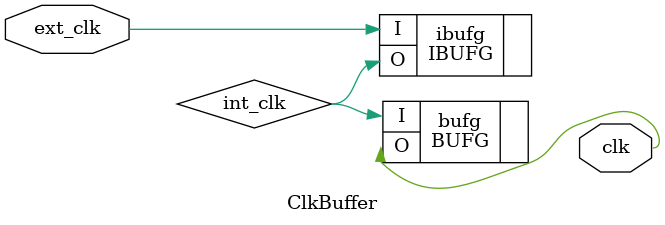
<source format=v>
`timescale 1ns / 1ps
module ClkBuffer(
	input ext_clk,
	output clk
    );
	 
	IBUFG ibufg(.I(ext_clk), .O(int_clk)); // map ext_clk to internal distributed clock bus
	BUFG bufg(.I(int_clk), .O(clk));

endmodule

</source>
